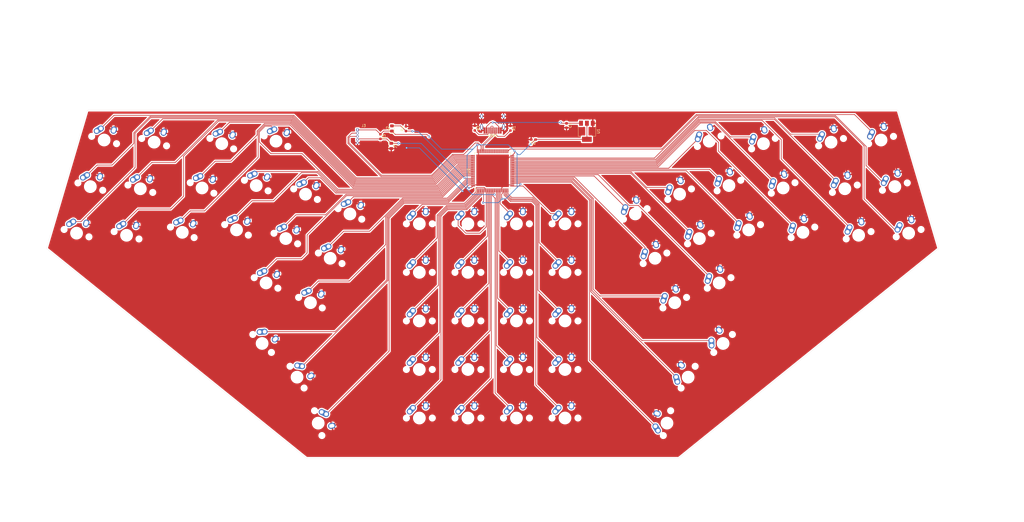
<source format=kicad_pcb>
(kicad_pcb (version 20210228) (generator pcbnew)
  (layers (0 "F.Cu" signal) (31 "B.Cu" signal) (34 "B.Paste" user) (35 "F.Paste" user) (36 "B.SilkS" user "B.Silkscreen") (37 "F.SilkS" user "F.Silkscreen") (38 "B.Mask" user) (39 "F.Mask" user) (44 "Edge.Cuts" user))
  (net 0 "")
  (net 1 "RESET")
  (net 2 "BOOT")
  (net 3 "SWDIO")
  (net 4 "SWCLK")
  (net 6 "TAB")
  (net 7 "RT1")
  (net 8 "U")
  (net 9 "J")
  (net 10 "I")
  (net 11 "K")
  (net 12 ",<")
  (net 13 "O")
  (net 14 "L")
  (net 15 ".>")
  (net 16 "P")
  (net 17 ";:")
  (net 18 "{slash}?")
  (net 19 "BKSPC")
  (net 20 "ENTER")
  (net 21 "LSHFT")
  (net 22 "LOGOUT")
  (net 23 "4")
  (net 24 "1")
  (net 25 "01")
  (net 26 "{slash}")
  (net 27 "7")
  (net 28 "5")
  (net 29 "GUI")
  (net 30 "2")
  (net 31 "00")
  (net 32 "+3V3")
  (net 33 "8")
  (net 34 "LCTRL")
  (net 35 "RSHFT")
  (net 36 "Q")
  (net 37 "A")
  (net 38 "Z")
  (net 39 "W")
  (net 40 "PF3")
  (net 43 "PC1")
  (net 44 "GND")
  (net 45 "+5V")
  (net 46 "Y")
  (net 47 "H")
  (net 48 "PC9")
  (net 50 "N")
  (net 51 "Net-(R2-Pad2)")
  (net 52 "S")
  (net 53 "X")
  (net 54 "E")
  (net 55 "D")
  (net 56 "PC5")
  (net 58 "C")
  (net 59 "SPACE")
  (net 60 "R")
  (net 61 "F")
  (net 62 "V")
  (net 63 "D-")
  (net 64 "D+")
  (net 65 "M3")
  (net 66 "T")
  (net 67 "G")
  (net 68 "B")
  (net 69 "Net-(R1-Pad2)")
  (net 70 "PC4")
  (net 71 "PC3")
  (net 72 "PC2")
  (net 73 "PC8")
  (net 74 "PC7")
  (net 78 "PC6")
  (net 79 "RT3")
  (net 80 "M")
  (net 81 "RT2")
  (footprint "MX_Alps_Hybrid:MX-1U-NoLED" (layer "F.Cu") (at 413.75 198.15 23.99)
    (fp_text reference "MX36")
    (fp_text value ".")
  )
  (footprint "MX_Alps_Hybrid:MX-1U-NoLED" (layer "F.Cu") (at 430.19 181.04 16.49)
    (fp_text reference "MX38")
    (fp_text value ";")
  )
  (footprint "Capacitor_SMD:C_0603_1608Metric_Pad1.08x0.95mm_HandSolder" (layer "F.Cu") (at 308 161.75 180)
    (fp_text reference "C2")
    (fp_text value "10uF")
  )
  (footprint "Resistor_SMD:R_0603_1608Metric_Pad0.98x0.95mm_HandSolder" (layer "F.Cu") (at 299 157.3 -90)
    (fp_text reference "R1")
    (fp_text value "5.1k")
  )
  (footprint "MX_Alps_Hybrid:MX-1U-NoLED" (layer "F.Cu") (at 392.46 197.19 23.99)
    (fp_text reference "MX32")
    (fp_text value ",")
  )
  (footprint "MX_Alps_Hybrid:MX-1U-NoLED" (layer "F.Cu") (at 215.29 254.96 -57.07)
    (fp_text reference "MX17")
    (fp_text value "MOUSE 3")
  )
  (footprint "MX_Alps_Hybrid:MX-1U-NoLED" (layer "F.Cu") (at 301.36 213.85)
    (fp_text reference "MX54")
    (fp_text value "9")
  )
  (footprint "Capacitor_SMD:C_0603_1608Metric_Pad1.08x0.95mm_HandSolder" (layer "F.Cu") (at 321 156.25 -90)
    (fp_text reference "C1")
    (fp_text value "10uF")
  )
  (footprint "MX_Alps_Hybrid:MX-1U-NoLED" (layer "F.Cu") (at 365.37 183.18 23.99)
    (fp_text reference "MX26")
    (fp_text value "U")
  )
  (footprint "Resistor_SMD:R_0603_1608Metric_Pad0.98x0.95mm_HandSolder" (layer "F.Cu") (at 285 157.25 -90)
    (fp_text reference "R2")
    (fp_text value "5.1k")
  )
  (footprint "Diode_SMD:D_0805_2012Metric_Pad1.15x1.40mm_HandSolder" (layer "F.Cu") (at 252.5 157.4 90)
    (fp_text reference "J2")
    (fp_text value "Conn_01x02_Male")
  )
  (footprint "MX_Alps_Hybrid:MX-1U-NoLED" (layer "F.Cu") (at 320.41 194.8)
    (fp_text reference "MX58")
    (fp_text value "-")
  )
  (footprint "MX_Alps_Hybrid:MX-1U-NoLED" (layer "F.Cu") (at 373.13 200.59 23.99)
    (fp_text reference "MX27")
    (fp_text value "J")
  )
  (footprint "MX_Alps_Hybrid:MX-1U-NoLED" (layer "F.Cu") (at 301.36 251.95)
    (fp_text reference "MX56")
    (fp_text value "3")
  )
  (footprint "MX_Alps_Hybrid:MX-1U-NoLED" (layer "F.Cu") (at 178.01 180.74 -23.99)
    (fp_text reference "MX8")
    (fp_text value "S")
  )
  (footprint "Resistor_SMD:R_0603_1608Metric_Pad0.98x0.95mm_HandSolder" (layer "F.Cu") (at 258 157.5 90)
    (fp_text reference "R4")
    (fp_text value "5.1K")
  )
  (footprint "MX_Alps_Hybrid:MX-1U-NoLED" (layer "F.Cu") (at 220.54 225.74 -23.99)
    (fp_text reference "MX20")
    (fp_text value "B")
  )
  (footprint "MX_Alps_Hybrid:MX-1U-NoLED" (layer "F.Cu") (at 263.26 251.95)
    (fp_text reference "MX46")
    (fp_text value "1")
  )
  (footprint "MX_Alps_Hybrid:MX-1U-NoLED" (layer "F.Cu") (at 134.19 180.21 -16.49)
    (fp_text reference "MX2")
    (fp_text value "CTRL")
  )
  (footprint "MX_Alps_Hybrid:MX-1U-NoLED" (layer "F.Cu") (at 153.81 181.05 -16.49)
    (fp_text reference "MX5")
    (fp_text value "A")
  )
  (footprint "Diode_SMD:D_0805_2012Metric_Pad1.15x1.40mm_HandSolder" (layer "F.Cu") (at 252.25 164.25 -90)
    (fp_text reference "J1")
    (fp_text value "Conn_01x02_Male")
  )
  (footprint "MX_Alps_Hybrid:MX-1U-NoLED" (layer "F.Cu") (at 398.26 163.34 23.99)
    (fp_text reference "MX34")
    (fp_text value "O")
  )
  (footprint "MX_Alps_Hybrid:MX-1U-NoLED" (layer "F.Cu") (at 435.6 199.3 16.49)
    (fp_text reference "MX39")
    (fp_text value "/")
  )
  (footprint "MX_Alps_Hybrid:MX-1U-NoLED" (layer "F.Cu") (at 384.72 179.79 23.99)
    (fp_text reference "MX31")
    (fp_text value "K")
  )
  (footprint "MX_Alps_Hybrid:MX-1U-NoLED" (layer "F.Cu") (at 201.58 241.73 -44)
    (fp_text reference "MX13")
    (fp_text value "SPACE")
  )
  (footprint "MX_Alps_Hybrid:MX-1U-NoLED" (layer "F.Cu") (at 444.4 161.94 16.49)
    (fp_text reference "MX40")
    (fp_text value "BKSPC")
  )
  (footprint "Package_TO_SOT_SMD:SOT-223-3_TabPin2" (layer "F.Cu") (at 329 158.5 -90)
    (fp_text reference "U1")
    (fp_text value "AMS1117-3.3")
  )
  (footprint "MX_Alps_Hybrid:MX-1U-NoLED" (layer "F.Cu") (at 405.99 180.74 23.99)
    (fp_text reference "MX35")
    (fp_text value "L")
  )
  (footprint "MX_Alps_Hybrid:MX-1U-NoLED" (layer "F.Cu") (at 263.26 213.85)
    (fp_text reference "MX44")
    (fp_text value "7")
  )
  (footprint "MX_Alps_Hybrid:MX-1U-NoLED" (layer "F.Cu") (at 139.6 161.93 -16.49)
    (fp_text reference "MX1")
    (fp_text value "Tab")
  )
  (footprint "Type-C:HRO-TYPE-C-31-M-12-HandSoldering" (layer "F.Cu") (at 292 150 180)
    (fp_text reference "USB1")
    (fp_text value "HRO-TYPE-C-31-M-12")
  )
  (footprint "MX_Alps_Hybrid:MX-1U-NoLED" (layer "F.Cu") (at 207.03 162.38 -23.99)
    (fp_text reference "MX10")
    (fp_text value "E")
  )
  (footprint "MX_Alps_Hybrid:MX-1U-NoLED" (layer "F.Cu") (at 380.88 218 23.99)
    (fp_text reference "MX28")
    (fp_text value "M")
  )
  (footprint "MX_Alps_Hybrid:MX-1U-NoLED" (layer "F.Cu") (at 320.4 270.99)
    (fp_text reference "MX62")
    (fp_text value "Enter")
  )
  (footprint "Package_QFP:LQFP-100_14x14mm_P0.5mm" (layer "F.Cu") (at 292 174 90)
    (fp_text reference "U2")
    (fp_text value "STM32F072VBTx")
  )
  (footprint "MX_Alps_Hybrid:MX-1U-NoLED" (layer "F.Cu") (at 191.54 197.18 -23.99)
    (fp_text reference "MX12")
    (fp_text value "C")
  )
  (footprint "MX_Alps_Hybrid:MX-1U-NoLED" (layer "F.Cu") (at 185.75 163.34 -23.99)
    (fp_text reference "MX7")
    (fp_text value "W")
  )
  (footprint "MX_Alps_Hybrid:MX-1U-NoLED" (layer "F.Cu") (at 282.31 251.95)
    (fp_text reference "MX51")
    (fp_text value "2")
  )
  (footprint "MX_Alps_Hybrid:MX-1U-NoLED" (layer "F.Cu") (at 347.98 190.93 23.99)
    (fp_text reference "MX22")
    (fp_text value "Y")
  )
  (footprint "MX_Alps_Hybrid:MX-1U-NoLED" (layer "F.Cu") (at 159.22 162.77 -16.49)
    (fp_text reference "MX4")
    (fp_text value "Q")
  )
  (footprint "MX_Alps_Hybrid:MX-1U-NoLED" (layer "F.Cu") (at 282.32 213.85)
    (fp_text reference "MX49")
    (fp_text value "8")
  )
  (footprint "MX_Alps_Hybrid:MX-1U-NoLED" (layer "F.Cu") (at 223.59 273 -73.48)
    (fp_text reference "MX21")
    (fp_text value "GUI")
  )
  (footprint "MX_Alps_Hybrid:MX-1U-NoLED" (layer "F.Cu") (at 203.12 218 -23.99)
    (fp_text reference "MX16")
    (fp_text value "V")
  )
  (footprint "MX_Alps_Hybrid:MX-1U-NoLED" (layer "F.Cu") (at 128.78 198.47 -16.49)
    (fp_text reference "MX3")
    (fp_text value "SHIFT")
  )
  (footprint "MX_Alps_Hybrid:MX-1U-NoLED" (layer "F.Cu") (at 210.87 200.58 -23.99)
    (fp_text reference "MX15")
    (fp_text value "F")
  )
  (footprint "MX_Alps_Hybrid:MX-1U-NoLED" (layer "F.Cu") (at 355.72 208.33 23.99)
    (fp_text reference "MX23")
    (fp_text value "H")
  )
  (footprint "MX_Alps_Hybrid:MX-1U-NoLED" (layer "F.Cu") (at 424.78 162.78 16.49)
    (fp_text reference "MX37")
    (fp_text value "P")
  )
  (footprint "MX_Alps_Hybrid:MX-1U-NoLED" (layer "F.Cu") (at 320.4 251.95)
    (fp_text reference "MX61")
    (fp_text value "=")
  )
  (footprint "MX_Alps_Hybrid:MX-1U-NoLED" (layer "F.Cu") (at 236.03 190.93 -23.99)
    (fp_text reference "MX18")
    (fp_text value "T")
  )
  (footprint "MX_Alps_Hybrid:MX-1U-NoLED" (layer "F.Cu") (at 263.27 271)
    (fp_text reference "MX47")
    (fp_text value "0")
  )
  (footprint "MX_Alps_Hybrid:MX-1U-NoLED" (layer "F.Cu") (at 282.32 271)
    (fp_text reference "MX52")
    (fp_text value "0")
  )
  (footprint "MX_Alps_Hybrid:MX-1U-NoLED" (layer "F.Cu") (at 363.46 225.74 23.99)
    (fp_text reference "MX24")
    (fp_text value "N")
  )
  (footprint "Resistor_SMD:R_0603_1608Metric_Pad0.98x0.95mm_HandSolder" (layer "F.Cu") (at 248 160.5875 -90)
    (fp_text reference "R3")
    (fp_text value "5.1K")
  )
  (footprint "MX_Alps_Hybrid:MX-1U-NoLED" (layer "F.Cu") (at 301.36 232.9)
    (fp_text reference "MX55")
    (fp_text value "6")
  )
  (footprint "MX_Alps_Hybrid:MX-1U-NoLED" (layer "F.Cu") (at 199.28 179.79 -23.99)
    (fp_text reference "MX11")
    (fp_text value "D")
  )
  (footprint "MX_Alps_Hybrid:MX-1U-NoLED" (layer "F.Cu") (at 301.35 194.8)
    (fp_text reference "MX53")
    (fp_text value "*")
  )
  (footprint "Connector_PinHeader_1.27mm:PinHeader_1x05_P1.27mm_Horizontal" (layer "F.Cu") (at 239 157.96)
    (fp_text reference "J3")
    (fp_text value "Conn_01x05_Male")
  )
  (footprint "MX_Alps_Hybrid:MX-1U-NoLED" (layer "F.Cu") (at 376.98 162.39 23.99)
    (fp_text reference "MX30")
    (fp_text value "I")
  )
  (footprint "MX_Alps_Hybrid:MX-1U-NoLED" (layer "F.Cu") (at 449.81 180.2 16.49)
    (fp_text reference "MX41")
    (fp_text value "ENTER")
  )
  (footprint "MX_Alps_Hybrid:MX-1U-NoLED" (layer "F.Cu") (at 320.42 213.85)
    (fp_text reference "MX59")
    (fp_text value "+")
  )
  (footprint "MX_Alps_Hybrid:MX-1U-NoLED" (layer "F.Cu") (at 218.61 183.18 -23.99)
    (fp_text reference "MX14")
    (fp_text value "R")
  )
  (footprint "MX_Alps_Hybrid:MX-1U-NoLED" (layer "F.Cu") (at 382.42 241.74 44)
    (fp_text reference "MX33")
    (fp_text value "SPACE")
  )
  (footprint "MX_Alps_Hybrid:MX-1U-NoLED" (layer "F.Cu") (at 301.36 271)
    (fp_text reference "MX57")
    (fp_text value ".")
  )
  (footprint "MX_Alps_Hybrid:MX-1U-NoLED" (layer "F.Cu") (at 282.32 232.89)
    (fp_text reference "MX50")
    (fp_text value "5")
  )
  (footprint "MX_Alps_Hybrid:MX-1U-NoLED" (layer "F.Cu") (at 170.27 198.15 -23.99)
    (fp_text reference "MX9")
    (fp_text value "X")
  )
  (footprint "MX_Alps_Hybrid:MX-1U-NoLED" (layer "F.Cu") (at 148.4 199.31 -16.49)
    (fp_text reference "MX6")
    (fp_text value "Z")
  )
  (footprint "MX_Alps_Hybrid:MX-1U-NoLED" (layer "F.Cu") (at 282.31 194.8)
    (fp_text reference "MX48")
    (fp_text value "/")
  )
  (footprint "MX_Alps_Hybrid:MX-1U-NoLED" (layer "F.Cu") (at 360.41 273 73.48)
    (fp_text reference "MX25")
    (fp_text value "LAYER UP")
  )
  (footprint "MX_Alps_Hybrid:MX-1U-NoLED" (layer "F.Cu") (at 228.29 208.33 -23.99)
    (fp_text reference "MX19")
    (fp_text value "G")
  )
  (footprint "MX_Alps_Hybrid:MX-1U-NoLED" (layer "F.Cu") (at 263.26 232.91)
    (fp_text reference "MX45")
    (fp_text value "4")
  )
  (footprint "MX_Alps_Hybrid:MX-1U-NoLED" (layer "F.Cu") (at 263.26 194.8)
    (fp_text reference "MX43")
    (fp_text value "Logout")
  )
  (footprint "MX_Alps_Hybrid:MX-1U-NoLED" (layer "F.Cu") (at 455.22 198.47 16.49)
    (fp_text reference "MX42")
    (fp_text value "SHIFT")
  )
  (footprint "MX_Alps_Hybrid:MX-1U-NoLED" (layer "F.Cu") (at 368.71 254.97 57.07)
    (fp_text reference "MX29")
    (fp_text value "LAYER DOWN")
  )
  (footprint "MX_Alps_Hybrid:MX-1U-NoLED" (layer "F.Cu") (at 320.41 232.9)
    (fp_text reference "MX60")
    (fp_text value ",")
  )
  (gr_line (start 451 150.25) (end 450 150.25) (layer "Edge.Cuts") (width 0.05))
  (gr_line (start 133 150.25) (end 117 204.5) (layer "Edge.Cuts") (width 0.05))
  (gr_line (start 117 204.5) (end 219 286.75) (layer "Edge.Cuts") (width 0.05))
  (gr_line (start 134 150.25) (end 133 150.25) (layer "Edge.Cuts") (width 0.05))
  (gr_line (start 450 150.25) (end 134 150.25) (layer "Edge.Cuts") (width 0.05))
  (gr_line (start 365 286.75) (end 467 204.5) (layer "Edge.Cuts") (width 0.05))
  (gr_line (start 219 286.75) (end 365 286.75) (layer "Edge.Cuts") (width 0.05))
  (gr_line (start 467 204.5) (end 451 150.25) (layer "Edge.Cuts") (width 0.05))
  (segment (start 292.5 183.31) (end 292.51 183.32) (width 0.25) (layer "F.Cu") (net 1))
  (segment (start 239.27 161.5) (end 239 161.77) (width 0.25) (layer "F.Cu") (net 1))
  (segment (start 255 163.25) (end 254.975 163.225) (width 0.25) (layer "F.Cu") (net 1))
  (segment (start 248 161.5) (end 239.27 161.5) (width 0.25) (layer "F.Cu") (net 1))
  (segment (start 292.5 181.675) (end 292.5 183.31) (width 0.25) (layer "F.Cu") (net 1))
  (segment (start 250.525 161.5) (end 252.25 163.225) (width 0.25) (layer "F.Cu") (net 1))
  (segment (start 254.975 163.225) (end 252.25 163.225) (width 0.25) (layer "F.Cu") (net 1))
  (segment (start 248 161.5) (end 250.525 161.5) (width 0.25) (layer "F.Cu") (net 1))
  (via (at 255 163.25) (size 0.8) (drill 0.4) (layers "F.Cu" "B.Cu") (net 1))
  (via (at 292.75 183.32) (size 0.8) (drill 0.4) (layers "F.Cu" "B.Cu") (net 1))
  (segment (start 292.51 183.32) (end 284.046983 183.32) (width 0.25) (layer "B.Cu") (net 1))
  (segment (start 283.975011 183.248028) (end 283.975011 183.225011) (width 0.25) (layer "B.Cu") (net 1))
  (segment (start 284.046983 183.32) (end 283.975011 183.248028) (width 0.25) (layer "B.Cu") (net 1))
  (segment (start 283.975011 183.225011) (end 264 163.25) (width 0.25) (layer "B.Cu") (net 1))
  (segment (start 264 163.25) (end 255 163.25) (width 0.25) (layer "B.Cu") (net 1))
  (segment (start 255.9625 156.375) (end 258 158.4125) (width 0.25) (layer "F.Cu") (net 2))
  (segment (start 281.12 177) (end 284.325 177) (width 0.25) (layer "F.Cu") (net 2))
  (segment (start 252.5 156.375) (end 255.9625 156.375) (width 0.25) (layer "F.Cu") (net 2))
  (segment (start 260.4125 158.4125) (end 258 158.4125) (width 0.25) (layer "F.Cu") (net 2))
  (segment (start 260.5 158.5) (end 260.4125 158.4125) (width 0.25) (layer "F.Cu") (net 2))
  (via (at 281 176.75) (size 0.8) (drill 0.4) (layers "F.Cu" "B.Cu") (net 2))
  (via (at 260.5 158.5) (size 0.8) (drill 0.4) (layers "F.Cu" "B.Cu") (net 2))
  (segment (start 281 176.75) (end 262.75 158.5) (width 0.25) (layer "B.Cu") (net 2))
  (segment (start 262.75 158.5) (end 260.5 158.5) (width 0.25) (layer "B.Cu") (net 2))
  (segment (start 236.136424 160.5) (end 239 160.5) (width 0.25) (layer "F.Cu") (net 3))
  (segment (start 268.113576 175.75) (end 248.386424 175.75) (width 0.25) (layer "F.Cu") (net 3))
  (segment (start 285.175011 163.074989) (end 280.70002 167.54998) (width 0.25) (layer "F.Cu") (net 3))
  (segment (start 287.5 166.325) (end 287.5 164.25) (width 0.25) (layer "F.Cu") (net 3))
  (segment (start 248.386424 175.75) (end 235.70002 163.063596) (width 0.25) (layer "F.Cu") (net 3))
  (segment (start 276.313596 167.54998) (end 268.113576 175.75) (width 0.25) (layer "F.Cu") (net 3))
  (segment (start 287.5 164.25) (end 287.5 164.226983) (width 0.25) (layer "F.Cu") (net 3))
  (segment (start 235.70002 160.936404) (end 236.136424 160.5) (width 0.25) (layer "F.Cu") (net 3))
  (segment (start 280.70002 167.54998) (end 276.313596 167.54998) (width 0.25) (layer "F.Cu") (net 3))
  (segment (start 286.324989 163.074989) (end 285.175011 163.074989) (width 0.25) (layer "F.Cu") (net 3))
  (segment (start 287.5 164.25) (end 286.324989 163.074989) (width 0.25) (layer "F.Cu") (net 3))
  (segment (start 235.70002 163.063596) (end 235.70002 160.936404) (width 0.25) (layer "F.Cu") (net 3))
  (segment (start 248.25 176.25) (end 235.25 163.25) (width 0.25) (layer "F.Cu") (net 4))
  (segment (start 235.25 160.75) (end 236.77 159.23) (width 0.25) (layer "F.Cu") (net 4))
  (segment (start 268.25 176.25) (end 248.25 176.25) (width 0.25) (layer "F.Cu") (net 4))
  (segment (start 284.325 168) (end 276.5 168) (width 0.25) (layer "F.Cu") (net 4))
  (segment (start 276.5 168) (end 268.25 176.25) (width 0.25) (layer "F.Cu") (net 4))
  (segment (start 236.77 159.23) (end 239 159.23) (width 0.25) (layer "F.Cu") (net 4))
  (segment (start 235.25 163.25) (end 235.25 160.75) (width 0.25) (layer "F.Cu") (net 4))
  (segment (start 238.5 176.75) (end 213.9999 152.2499) (width 0.25) (layer "F.Cu") (net 6))
  (segment (start 143.473222 152.2499) (end 138.338219 157.384903) (width 0.25) (layer "F.Cu") (net 6))
  (segment (start 268.5 176.75) (end 238.5 176.75) (width 0.25) (layer "F.Cu") (net 6))
  (segment (start 276.75 168.5) (end 268.5 176.75) (width 0.25) (layer "F.Cu") (net 6))
  (segment (start 213.9999 152.2499) (end 143.473222 152.2499) (width 0.25) (layer "F.Cu") (net 6))
  (segment (start 284.325 168.5) (end 276.75 168.5) (width 0.25) (layer "F.Cu") (net 6))
  (segment (start 377.843017 240.599287) (end 350.599287 240.599287) (width 0.25) (layer "F.Cu") (net 7))
  (segment (start 299.675 177.5) (end 323.5 177.5) (width 0.25) (layer "F.Cu") (net 7))
  (segment (start 330.95002 184.95002) (end 323.5 177.5) (width 0.25) (layer "F.Cu") (net 7))
  (segment (start 350.599287 240.599287) (end 330.95002 220.95002) (width 0.25) (layer "F.Cu") (net 7))
  (segment (start 330.95002 220.95002) (end 330.95002 184.95002) (width 0.25) (layer "F.Cu") (net 7))
  (segment (start 361.45965 180.541977) (end 352.446074 180.541977) (width 0.25) (layer "F.Cu") (net 8))
  (segment (start 346.404097 174.5) (end 299.675 174.5) (width 0.25) (layer "F.Cu") (net 8))
  (segment (start 352.446074 180.541977) (end 346.404097 174.5) (width 0.25) (layer "F.Cu") (net 8))
  (segment (start 346.267673 175) (end 299.675 175) (width 0.25) (layer "F.Cu") (net 9))
  (segment (start 369.21965 197.951977) (end 346.267673 175) (width 0.25) (layer "F.Cu") (net 9))
  (segment (start 299.675 173) (end 361.084888 173) (width 0.25) (layer "F.Cu") (net 10))
  (segment (start 361.084888 173) (end 372.466415 161.618473) (width 0.25) (layer "F.Cu") (net 10))
  (segment (start 377.157673 173.5) (end 380.80965 177.151977) (width 0.25) (layer "F.Cu") (net 11))
  (segment (start 299.675 173.5) (end 377.157673 173.5) (width 0.25) (layer "F.Cu") (net 11))
  (segment (start 367.997673 174) (end 388.54965 194.551977) (width 0.25) (layer "F.Cu") (net 12))
  (segment (start 299.675 174) (end 367.997673 174) (width 0.25) (layer "F.Cu") (net 12))
  (segment (start 373.183909 154.816091) (end 356.5 171.5) (width 0.25) (layer "F.Cu") (net 13))
  (segment (start 356.5 171.5) (end 299.675 171.5) (width 0.25) (layer "F.Cu") (net 13))
  (segment (start 379.430188 154.816091) (end 373.183909 154.816091) (width 0.25) (layer "F.Cu") (net 13))
  (segment (start 385.316074 160.701977) (end 379.430188 154.816091) (width 0.25) (layer "F.Cu") (net 13))
  (segment (start 394.34965 160.701977) (end 385.316074 160.701977) (width 0.25) (layer "F.Cu") (net 13))
  (segment (start 379.243784 155.266111) (end 373.483889 155.266111) (width 0.25) (layer "F.Cu") (net 14))
  (segment (start 402.07965 178.101977) (end 379.243784 155.266111) (width 0.25) (layer "F.Cu") (net 14))
  (segment (start 373.483889 155.266111) (end 356.75 172) (width 0.25) (layer "F.Cu") (net 14))
  (segment (start 356.75 172) (end 299.675 172) (width 0.25) (layer "F.Cu") (net 14))
  (segment (start 380.62115 162.895146) (end 375.913524 158.18752) (width 0.25) (layer "F.Cu") (net 15))
  (segment (start 409.83965 195.511977) (end 380.62115 166.293477) (width 0.25) (layer "F.Cu") (net 15))
  (segment (start 371.31248 158.18752) (end 357 172.5) (width 0.25) (layer "F.Cu") (net 15))
  (segment (start 357 172.5) (end 299.675 172.5) (width 0.25) (layer "F.Cu") (net 15))
  (segment (start 375.913524 158.18752) (end 371.31248 158.18752) (width 0.25) (layer "F.Cu") (net 15))
  (segment (start 380.62115 166.293477) (end 380.62115 162.895146) (width 0.25) (layer "F.Cu") (net 15))
  (segment (start 372.876083 153.25) (end 356.126082 170) (width 0.2) (layer "F.Cu") (net 16))
  (segment (start 421.247435 159.654143) (end 408.998505 159.654143) (width 0.2) (layer "F.Cu") (net 16))
  (segment (start 408.998505 159.654143) (end 402.594361 153.25) (width 0.2) (layer "F.Cu") (net 16))
  (segment (start 402.594361 153.25) (end 372.876083 153.25) (width 0.2) (layer "F.Cu") (net 16))
  (segment (start 356.126082 170) (end 299.675 170) (width 0.2) (layer "F.Cu") (net 16))
  (segment (start 402.543272 153.79998) (end 372.927172 153.79998) (width 0.25) (layer "F.Cu") (net 17))
  (segment (start 356.227152 170.5) (end 299.675 170.5) (width 0.25) (layer "F.Cu") (net 17))
  (segment (start 372.927172 153.79998) (end 356.227152 170.5) (width 0.25) (layer "F.Cu") (net 17))
  (segment (start 426.657435 177.914143) (end 402.543272 153.79998) (width 0.25) (layer "F.Cu") (net 17))
  (segment (start 397.75 154.25) (end 373.113576 154.25) (width 0.25) (layer "F.Cu") (net 18))
  (segment (start 432.067435 196.174143) (end 405.25 169.356708) (width 0.25) (layer "F.Cu") (net 18))
  (segment (start 356.363576 171) (end 299.675 171) (width 0.25) (layer "F.Cu") (net 18))
  (segment (start 373.113576 154.25) (end 356.363576 171) (width 0.25) (layer "F.Cu") (net 18))
  (segment (start 405.25 161.75) (end 397.75 154.25) (width 0.25) (layer "F.Cu") (net 18))
  (segment (start 405.25 169.356708) (end 405.25 161.75) (width 0.25) (layer "F.Cu") (net 18))
  (segment (start 358.388587 165.474989) (end 298.850011 165.474989) (width 0.25) (layer "F.Cu") (net 19))
  (segment (start 433.978232 151.92494) (end 371.938636 151.92494) (width 0.25) (layer "F.Cu") (net 19))
  (segment (start 440.867435 158.814143) (end 433.978232 151.92494) (width 0.25) (layer "F.Cu") (net 19))
  (segment (start 298.850011 165.474989) (end 298 166.325) (width 0.25) (layer "F.Cu") (net 19))
  (segment (start 371.938636 151.92494) (end 358.388587 165.474989) (width 0.25) (layer "F.Cu") (net 19))
  (segment (start 355.5 169) (end 299.675 169) (width 0.25) (layer "F.Cu") (net 20))
  (segment (start 372.12504 152.37496) (end 355.5 169) (width 0.25) (layer "F.Cu") (net 20))
  (segment (start 438.528923 164.392499) (end 426.511384 152.37496) (width 0.25) (layer "F.Cu") (net 20))
  (segment (start 426.511384 152.37496) (end 372.12504 152.37496) (width 0.25) (layer "F.Cu") (net 20))
  (segment (start 438.528923 171.939122) (end 438.528923 164.392499) (width 0.25) (layer "F.Cu") (net 20))
  (segment (start 445.435734 178.845933) (end 438.528923 171.939122) (width 0.25) (layer "F.Cu") (net 20))
  (segment (start 426.32498 152.82498) (end 437.75 164.25) (width 0.25) (layer "F.Cu") (net 21))
  (segment (start 356.025012 169.5) (end 372.700034 152.82498) (width 0.25) (layer "F.Cu") (net 21))
  (segment (start 372.700034 152.82498) (end 426.32498 152.82498) (width 0.25) (layer "F.Cu") (net 21))
  (segment (start 437.75 185) (end 449.865933 197.115933) (width 0.25) (layer "F.Cu") (net 21))
  (segment (start 299.675 169.5) (end 356.025012 169.5) (width 0.25) (layer "F.Cu") (net 21))
  (segment (start 437.75 164.25) (end 437.75 185) (width 0.25) (layer "F.Cu") (net 21))
  (segment (start 264.31 187.25) (end 260.76 190.8) (width 0.25) (layer "F.Cu") (net 22))
  (segment (start 286 182.5) (end 281.25 187.25) (width 0.25) (layer "F.Cu") (net 22))
  (segment (start 286 181.675) (end 286 182.5) (width 0.25) (layer "F.Cu") (net 22))
  (segment (start 281.25 187.25) (end 264.31 187.25) (width 0.25) (layer "F.Cu") (net 22))
  (segment (start 274.046392 188.25) (end 270.75 191.546392) (width 0.25) (layer "F.Cu") (net 23))
  (segment (start 270.75 191.546392) (end 270.75 218.92) (width 0.25) (layer "F.Cu") (net 23))
  (segment (start 270.75 218.92) (end 260.76 228.91) (width 0.25) (layer "F.Cu") (net 23))
  (segment (start 281.522848 188.25) (end 274.046392 188.25) (width 0.25) (layer "F.Cu") (net 23))
  (segment (start 287 182.772848) (end 281.522848 188.25) (width 0.25) (layer "F.Cu") (net 23))
  (segment (start 287 181.675) (end 287 182.772848) (width 0.25) (layer "F.Cu") (net 23))
  (segment (start 281.75 188.75) (end 274.182816 188.75) (width 0.25) (layer "F.Cu") (net 24))
  (segment (start 287.5 183) (end 281.75 188.75) (width 0.25) (layer "F.Cu") (net 24))
  (segment (start 274.182816 188.75) (end 271.25 191.682816) (width 0.25) (layer "F.Cu") (net 24))
  (segment (start 287.5 181.675) (end 287.5 183) (width 0.25) (layer "F.Cu") (net 24))
  (segment (start 271.25 237.46) (end 260.76 247.95) (width 0.25) (layer "F.Cu") (net 24))
  (segment (start 271.25 191.682816) (end 271.25 237.46) (width 0.25) (layer "F.Cu") (net 24))
  (segment (start 274.31924 189.25) (end 271.75 191.81924) (width 0.25) (layer "F.Cu") (net 25))
  (segment (start 271.75 191.81924) (end 271.75 256.02) (width 0.25) (layer "F.Cu") (net 25))
  (segment (start 271.75 256.02) (end 260.77 267) (width 0.25) (layer "F.Cu") (net 25))
  (segment (start 288 181.675) (end 288 183.136424) (width 0.25) (layer "F.Cu") (net 25))
  (segment (start 288 183.136424) (end 281.886424 189.25) (width 0.25) (layer "F.Cu") (net 25))
  (segment (start 281.886424 189.25) (end 274.31924 189.25) (width 0.25) (layer "F.Cu") (net 25))
  (segment (start 287 198.5) (end 281.5 198.5) (width 0.25) (layer "F.Cu") (net 26))
  (segment (start 281.5 198.5) (end 278.5 195.5) (width 0.25) (layer "F.Cu") (net 26))
  (segment (start 289.5 196) (end 287 198.5) (width 0.25) (layer "F.Cu") (net 26))
  (segment (start 289.5 181.675) (end 289.5 196) (width 0.25) (layer "F.Cu") (net 26))
  (segment (start 278.5 195.5) (end 278.5 192.26) (width 0.25) (layer "F.Cu") (net 26))
  (segment (start 286.5 182.636424) (end 281.386424 187.75) (width 0.25) (layer "F.Cu") (net 27))
  (segment (start 270.25 191.409968) (end 270.25 200.36) (width 0.25) (layer "F.Cu") (net 27))
  (segment (start 270.25 200.36) (end 260.76 209.85) (width 0.25) (layer "F.Cu") (net 27))
  (segment (start 273.909968 187.75) (end 270.25 191.409968) (width 0.25) (layer "F.Cu") (net 27))
  (segment (start 286.5 181.675) (end 286.5 182.636424) (width 0.25) (layer "F.Cu") (net 27))
  (segment (start 281.386424 187.75) (end 273.909968 187.75) (width 0.25) (layer "F.Cu") (net 27))
  (segment (start 290.5 218.21) (end 279.82 228.89) (width 0.25) (layer "F.Cu") (net 28))
  (segment (start 290.5 181.675) (end 290.5 218.21) (width 0.25) (layer "F.Cu") (net 28))
  (segment (start 251.421192 192.578808) (end 251.421192 244.758614) (width 0.25) (layer "F.Cu") (net 29))
  (segment (start 285.5 182.25) (end 281 186.75) (width 0.25) (layer "F.Cu") (net 29))
  (segment (start 288.740694 180.54998) (end 285.759306 180.54998) (width 0.25) (layer "F.Cu") (net 29))
  (segment (start 289 181.675) (end 289 180.809286) (width 0.25) (layer "F.Cu") (net 29))
  (segment (start 281 186.75) (end 257.25 186.75) (width 0.25) (layer "F.Cu") (net 29))
  (segment (start 285.759306 180.54998) (end 285.5 180.809286) (width 0.25) (layer "F.Cu") (net 29))
  (segment (start 257.25 186.75) (end 251.421192 192.578808) (width 0.25) (layer "F.Cu") (net 29))
  (segment (start 285.5 180.809286) (end 285.5 182.25) (width 0.25) (layer "F.Cu") (net 29))
  (segment (start 251.421192 244.758614) (end 226.714007 269.465799) (width 0.25) (layer "F.Cu") (net 29))
  (segment (start 289 180.809286) (end 288.740694 180.54998) (width 0.25) (layer "F.Cu") (net 29))
  (segment (start 291 181.675) (end 291 236.76) (width 0.25) (layer "F.Cu") (net 30))
  (segment (start 290.5 237.26) (end 279.81 247.95) (width 0.25) (layer "F.Cu") (net 30))
  (segment (start 291 236.76) (end 279.81 247.95) (width 0.25) (layer "F.Cu") (net 30))
  (segment (start 291.5 181.675) (end 291.5 255.32) (width 0.25) (layer "F.Cu") (net 31))
  (segment (start 290.91 255.91) (end 279.82 267) (width 0.25) (layer "F.Cu") (net 31))
  (segment (start 291 255.82) (end 290.91 255.91) (width 0.25) (layer "F.Cu") (net 31))
  (segment (start 291.5 255.32) (end 290.91 255.91) (width 0.25) (layer "F.Cu") (net 31))
  (segment (start 239 157.96) (end 246.285 157.96) (width 0.25) (layer "F.Cu") (net 32))
  (segment (start 252.5 158.425) (end 249.25 158.425) (width 0.25) (layer "F.Cu") (net 32))
  (segment (start 249.25 158.425) (end 248 159.675) (width 0.25) (layer "F.Cu") (net 32))
  (segment (start 299.675 179) (end 302.67 179) (width 0.25) (layer "F.Cu") (net 32))
  (segment (start 308.8625 161.75) (end 308.75 161.75) (width 0.25) (layer "F.Cu") (net 32))
  (segment (start 283.8 180.525) (end 282.975 180.525) (width 0.25) (layer "F.Cu") (net 32))
  (segment (start 296.02 185.03) (end 296 185.01) (width 0.25) (layer "F.Cu") (net 32))
  (segment (start 308.9625 161.65) (end 308.8625 161.75) (width 0.25) (layer "F.Cu") (net 32))
  (segment (start 296 182.75) (end 295.55 183.2) (width 0.25) (layer "F.Cu") (net 32))
  (segment (start 329 155.35) (end 329 161.65) (width 0.25) (layer "F.Cu") (net 32))
  (segment (start 246.285 157.96) (end 248 159.675) (width 0.25) (layer "F.Cu") (net 32))
  (segment (start 299.675 168) (end 300.6 167.075) (width 0.25) (layer "F.Cu") (net 32))
  (segment (start 308.75 161.75) (end 307 163.5) (width 0.25) (layer "F.Cu") (net 32))
  (segment (start 282.975 180.525) (end 282.75 180.75) (width 0.25) (layer "F.Cu") (net 32))
  (segment (start 295.55 184.855) (end 295.725 185.03) (width 0.25) (layer "F.Cu") (net 32))
  (segment (start 296 181.675) (end 296 182.75) (width 0.25) (layer "F.Cu") (net 32))
  (segment (start 286 163.8) (end 286 166.325) (width 0.25) (layer "F.Cu") (net 32))
  (segment (start 329 161.65) (end 308.9625 161.65) (width 0.25) (layer "F.Cu") (net 32))
  (segment (start 266.25 159.75) (end 253.825 159.75) (width 0.25) (layer "F.Cu") (net 32))
  (segment (start 288.5 181.675) (end 288.5 186.5) (width 0.25) (layer "F.Cu") (net 32))
  (segment (start 302.92 179.25) (end 302.67 179) (width 0.25) (layer "F.Cu") (net 32))
  (segment (start 267 160.5) (end 266.25 159.75) (width 0.25) (layer "F.Cu") (net 32))
  (segment (start 300.6 166.2) (end 300.6 167.075) (width 0.25) (layer "F.Cu") (net 32))
  (segment (start 295.55 183.2) (end 295.55 184.855) (width 0.25) (layer "F.Cu") (net 32))
  (segment (start 253.825 159.75) (end 252.5 158.425) (width 0.25) (layer "F.Cu") (net 32))
  (segment (start 283.8 180.525) (end 284.325 180) (width 0.25) (layer "F.Cu") (net 32))
  (via (at 302.92 179.25) (size 0.8) (drill 0.4) (layers "F.Cu" "B.Cu") (net 32))
  (via (at 282.75 180.75) (size 0.8) (drill 0.4) (layers "F.Cu" "B.Cu") (net 32))
  (via (at 307 163.5) (size 0.8) (drill 0.4) (layers "F.Cu" "B.Cu") (net 32))
  (via (at 267 160.5) (size 0.8) (drill 0.4) (layers "F.Cu" "B.Cu") (net 32))
  (via (at 300.6 166.2) (size 0.8) (drill 0.4) (layers "F.Cu" "B.Cu") (net 32))
  (via (at 286 163.8) (size 0.8) (drill 0.4) (layers "F.Cu" "B.Cu") (net 32))
  (via (at 288.25 186.5) (size 0.8) (drill 0.4) (layers "F.Cu" "B.Cu") (net 32))
  (via (at 295.725 185.03) (size 0.8) (drill 0.4) (layers "F.Cu" "B.Cu") (net 32))
  (segment (start 302.8 167.6625) (end 302.0625 167.6625) (width 0.25) (layer "B.Cu") (net 32))
  (segment (start 301.6 180.6) (end 302.92 179.28) (width 0.25) (layer "B.Cu") (net 32))
  (segment (start 284.275 165.525) (end 272.025 165.525) (width 0.25) (layer "B.Cu") (net 32))
  (segment (start 288.5 186.5) (end 294.255 186.5) (width 0.25) (layer "B.Cu") (net 32))
  (segment (start 302.92 179.28) (end 302.92 179.25) (width 0.25) (layer "B.Cu") (net 32))
  (segment (start 284.275 165.525) (end 282 167.8) (width 0.25) (layer "B.Cu") (net 32))
  (segment (start 272.025 165.525) (end 267 160.5) (width 0.25) (layer "B.Cu") (net 32))
  (segment (start 294.255 186.5) (end 295.725 185.03) (width 0.25) (layer "B.Cu") (net 32))
  (segment (start 301.6 167.2) (end 301.6 180.6) (width 0.25) (layer "B.Cu") (net 32))
  (segment (start 295.725 185.03) (end 297.17 185.03) (width 0.25) (layer "B.Cu") (net 32))
  (segment (start 282.5 180.75) (end 282.75 180.75) (width 0.25) (layer "B.Cu") (net 32))
  (segment (start 297.17 185.03) (end 301.6 180.6) (width 0.25) (layer "B.Cu") (net 32))
  (segment (start 306.9625 163.5) (end 302.8 167.6625) (width 0.25) (layer "B.Cu") (net 32))
  (segment (start 298.2 163.8) (end 286 163.8) (width 0.25) (layer "B.Cu") (net 32))
  (segment (start 298.2 163.8) (end 302.0625 167.6625) (width 0.25) (layer "B.Cu") (net 32))
  (segment (start 282 167.8) (end 282 180.25) (width 0.25) (layer "B.Cu") (net 32))
  (segment (start 286 163.8) (end 284.275 165.525) (width 0.25) (layer "B.Cu") (net 32))
  (segment (start 282 180.25) (end 282.5 180.75) (width 0.25) (layer "B.Cu") (net 32))
  (segment (start 307 163.5) (end 306.9625 163.5) (width 0.25) (layer "B.Cu") (net 32))
  (segment (start 290 199.67) (end 279.82 209.85) (width 0.25) (layer "F.Cu") (net 33))
  (segment (start 290 181.675) (end 290 199.67) (width 0.25) (layer "F.Cu") (net 33))
  (segment (start 136.843122 171.75) (end 132.928219 175.664903) (width 0.25) (layer "F.Cu") (net 34))
  (segment (start 157.663656 152.69992) (end 151.25 159.113576) (width 0.25) (layer "F.Cu") (net 34))
  (segment (start 284.325 169) (end 277 169) (width 0.25) (layer "F.Cu") (net 34))
  (segment (start 277 169) (end 268.75 177.25) (width 0.25) (layer "F.Cu") (net 34))
  (segment (start 213.768464 152.69992) (end 157.663656 152.69992) (width 0.25) (layer "F.Cu") (net 34))
  (segment (start 238.318544 177.25) (end 213.768464 152.69992) (width 0.25) (layer "F.Cu") (net 34))
  (segment (start 151.25 159.113576) (end 151.25 163.25) (width 0.25) (layer "F.Cu") (net 34))
  (segment (start 268.75 177.25) (end 238.318544 177.25) (width 0.25) (layer "F.Cu") (net 34))
  (segment (start 142.75 171.75) (end 136.843122 171.75) (width 0.25) (layer "F.Cu") (net 34))
  (segment (start 151.25 163.25) (end 142.75 171.75) (width 0.25) (layer "F.Cu") (net 34))
  (segment (start 269 177.75) (end 238.18212 177.75) (width 0.25) (layer "F.Cu") (net 35))
  (segment (start 277.25 169.5) (end 269 177.75) (width 0.25) (layer "F.Cu") (net 35))
  (segment (start 157.85006 153.14994) (end 151.75 159.25) (width 0.25) (layer "F.Cu") (net 35))
  (segment (start 284.325 169.5) (end 277.25 169.5) (width 0.25) (layer "F.Cu") (net 35))
  (segment (start 151.75 159.25) (end 151.75 172.75) (width 0.25) (layer "F.Cu") (net 35))
  (segment (start 238.18212 177.75) (end 213.58206 153.14994) (width 0.25) (layer "F.Cu") (net 35))
  (segment (start 213.58206 153.14994) (end 157.85006 153.14994) (width 0.25) (layer "F.Cu") (net 35))
  (segment (start 130.575097 193.924903) (end 127.518219 193.924903) (width 0.25) (layer "F.Cu") (net 35))
  (segment (start 151.75 172.75) (end 130.575097 193.924903) (width 0.25) (layer "F.Cu") (net 35))
  (segment (start 284.325 170) (end 277.5 170) (width 0.25) (layer "F.Cu") (net 36))
  (segment (start 213.395656 153.59996) (end 162.583162 153.59996) (width 0.25) (layer "F.Cu") (net 36))
  (segment (start 269.25 178.25) (end 238.045696 178.25) (width 0.25) (layer "F.Cu") (net 36))
  (segment (start 238.045696 178.25) (end 213.395656 153.59996) (width 0.25) (layer "F.Cu") (net 36))
  (segment (start 162.583162 153.59996) (end 157.958219 158.224903) (width 0.25) (layer "F.Cu") (net 36))
  (segment (start 277.5 170) (end 269.25 178.25) (width 0.25) (layer "F.Cu") (net 36))
  (segment (start 277.75 170.5) (end 269.5 178.75) (width 0.25) (layer "F.Cu") (net 37))
  (segment (start 213.209252 154.04998) (end 184.20002 154.04998) (width 0.25) (layer "F.Cu") (net 37))
  (segment (start 284.325 170.5) (end 277.75 170.5) (width 0.25) (layer "F.Cu") (net 37))
  (segment (start 237.909272 178.75) (end 213.209252 154.04998) (width 0.25) (layer "F.Cu") (net 37))
  (segment (start 184.20002 154.04998) (end 167.5 170.75) (width 0.25) (layer "F.Cu") (net 37))
  (segment (start 158.303122 170.75) (end 152.548219 176.504903) (width 0.25) (layer "F.Cu") (net 37))
  (segment (start 269.5 178.75) (end 237.909272 178.75) (width 0.25) (layer "F.Cu") (net 37))
  (segment (start 167.5 170.75) (end 158.303122 170.75) (width 0.25) (layer "F.Cu") (net 37))
  (segment (start 170.75 168.25) (end 170.75 184) (width 0.25) (layer "F.Cu") (net 38))
  (segment (start 269.75 179.25) (end 237.772848 179.25) (width 0.25) (layer "F.Cu") (net 38))
  (segment (start 165.75 189) (end 152.903122 189) (width 0.25) (layer "F.Cu") (net 38))
  (segment (start 237.772848 179.25) (end 213.022848 154.5) (width 0.25) (layer "F.Cu") (net 38))
  (segment (start 213.022848 154.5) (end 184.5 154.5) (width 0.25) (layer "F.Cu") (net 38))
  (segment (start 284.325 171) (end 278 171) (width 0.25) (layer "F.Cu") (net 38))
  (segment (start 278 171) (end 269.75 179.25) (width 0.25) (layer "F.Cu") (net 38))
  (segment (start 184.5 154.5) (end 170.75 168.25) (width 0.25) (layer "F.Cu") (net 38))
  (segment (start 170.75 184) (end 165.75 189) (width 0.25) (layer "F.Cu") (net 38))
  (segment (start 152.903122 189) (end 147.138219 194.764903) (width 0.25) (layer "F.Cu") (net 38))
  (segment (start 188.761359 155) (end 185.092268 158.669091) (width 0.25) (layer "F.Cu") (net 39))
  (segment (start 278.5 171.5) (end 270.25 179.75) (width 0.25) (layer "F.Cu") (net 39))
  (segment (start 237.636424 179.75) (end 212.886424 155) (width 0.25) (layer "F.Cu") (net 39))
  (segment (start 212.886424 155) (end 188.761359 155) (width 0.25) (layer "F.Cu") (net 39))
  (segment (start 270.25 179.75) (end 237.636424 179.75) (width 0.25) (layer "F.Cu") (net 39))
  (segment (start 284.325 171.5) (end 278.5 171.5) (width 0.25) (layer "F.Cu") (net 39))
  (segment (start 299.02 186.05) (end 296.5 183.53) (width 0.25) (layer "F.Cu") (net 40))
  (segment (start 307.47 186.05) (end 299.02 186.05) (width 0.25) (layer "F.Cu") (net 40))
  (segment (start 308.94 258.03) (end 308.94 187.52) (width 0.25) (layer "F.Cu") (net 40))
  (segment (start 317.9 266.99) (end 308.94 258.03) (width 0.25) (layer "F.Cu") (net 40))
  (segment (start 296.5 183.53) (end 296.5 181.675) (width 0.25) (layer "F.Cu") (net 40))
  (segment (start 308.94 187.52) (end 307.47 186.05) (width 0.25) (layer "F.Cu") (net 40))
  (segment (start 293 261.14) (end 298.86 267) (width 0.25) (layer "F.Cu") (net 43))
  (segment (start 292 181.675) (end 292 183.75) (width 0.25) (layer "F.Cu") (net 43))
  (segment (start 292 183.75) (end 293 184.75) (width 0.25) (layer "F.Cu") (net 43))
  (segment (start 293 184.75) (end 293 261.14) (width 0.25) (layer "F.Cu") (net 43))
  (segment (start 293 184.75) (end 293 184.883017) (width 0.25) (layer "F.Cu") (net 43))
  (segment (start 286.5 166.325) (end 286.5 167.190714) (width 0.25) (layer "F.Cu") (net 44))
  (segment (start 298.809286 168.5) (end 298 169.309286) (width 0.25) (layer "F.Cu") (net 44))
  (segment (start 295.5 180.809286) (end 296.809286 179.5) (width 0.25) (layer "F.Cu") (net 44))
  (segment (start 295.5 181.675) (end 295.5 180.809286) (width 0.25) (layer "F.Cu") (net 44))
  (segment (start 282.75 179.5) (end 280.25 182) (width 0.25) (layer "F.Cu") (net 44))
  (segment (start 297 179.5) (end 297.25 179.5) (width 0.25) (layer "F.Cu") (net 44))
  (segment (start 286.5 179.5) (end 282.75 179.5) (width 0.25) (layer "F.Cu") (net 44))
  (segment (start 299.675 168.5) (end 298.809286 168.5) (width 0.25) (layer "F.Cu") (net 44))
  (segment (start 296.7125 156.3875) (end 296.32 156.78) (width 0.25) (layer "F.Cu") (net 44))
  (segment (start 296.809286 179.5) (end 297 179.5) (width 0.25) (layer "F.Cu") (net 44))
  (segment (start 284.325 179.5) (end 286.5 179.5) (width 0.25) (layer "F.Cu") (net 44))
  (segment (start 286.5 166.325) (end 286.5 168) (width 0.25) (layer "F.Cu") (net 44))
  (segment (start 286.5 179.5) (end 297 179.5) (width 0.25) (layer "F.Cu") (net 44))
  (segment (start 258.25 165) (end 257.975 165.275) (width 0.25) (layer "F.Cu") (net 44))
  (segment (start 298 169.309286) (end 298 178.75) (width 0.25) (layer "F.Cu") (net 44))
  (segment (start 287.2875 156.3875) (end 287.68 156.78) (width 0.25) (layer "F.Cu") (net 44))
  (segment (start 257.975 165.275) (end 252.25 165.275) (width 0.25) (layer "F.Cu") (net 44))
  (segment (start 295.225 157.875) (end 296.32 156.78) (width 0.25) (layer "F.Cu") (net 44))
  (segment (start 298 178.75) (end 297.25 179.5) (width 0.25) (layer "F.Cu") (net 44))
  (segment (start 288.775 157.875) (end 287.68 156.78) (width 0.25) (layer "F.Cu") (net 44))
  (segment (start 286.5 168) (end 287 168.5) (width 0.25) (layer "F.Cu") (net 44))
  (segment (start 297.25 179.5) (end 299.675 179.5) (width 0.25) (layer "F.Cu") (net 44))
  (via (at 280.25 182) (size 0.8) (drill 0.4) (layers "F.Cu" "B.Cu") (net 44))
  (via (at 258.25 165) (size 0.8) (drill 0.4) (layers "F.Cu" "B.Cu") (net 44))
  (segment (start 263.25 165) (end 258.25 165) (width 0.25) (layer "B.Cu") (net 44))
  (segment (start 280.25 182) (end 263.25 165) (width 0.25) (layer "B.Cu") (net 44))
  (segment (start 318.71 155.04) (end 318.8075 155.1375) (width 0.25) (layer "F.Cu") (net 45))
  (segment (start 289.55 158.195) (end 289.55 156.72) (width 0.25) (layer "F.Cu") (net 45))
  (segment (start 319.02 155.35) (end 318.71 155.04) (width 0.25) (layer "F.Cu") (net 45))
  (segment (start 291.23 155.04) (end 292.77 155.04) (width 0.25) (layer "F.Cu") (net 45))
  (segment (start 294.45 156.72) (end 294.45 158.195) (width 0.25) (layer "F.Cu") (net 45))
  (segment (start 326.7 155.35) (end 319.02 155.35) (width 0.25) (layer "F.Cu") (net 45))
  (segment (start 292.77 155.04) (end 294.45 156.72) (width 0.25) (layer "F.Cu") (net 45))
  (segment (start 289.55 156.72) (end 291.23 155.04) (width 0.25) (layer "F.Cu") (net 45))
  (via (at 318.71 155.04) (size 0.8) (drill 0.4) (layers "F.Cu" "B.Cu") (net 45))
  (via (at 292.04 155.04) (size 0.8) (drill 0.4) (layers "F.Cu" "B.Cu") (net 45))
  (segment (start 310.46 155.04) (end 318.71 155.04) (width 0.25) (layer "B.Cu") (net 45))
  (segment (start 292.04 155.04) (end 310.46 155.04) (width 0.25) (layer "B.Cu") (net 45))
  (segment (start 318.71 155.04) (end 318.96 155.04) (width 0.25) (layer "B.Cu") (net 45))
  (segment (start 331.827653 176.04998) (end 300.590694 176.04998) (width 0.25) (layer "F.Cu") (net 46))
  (segment (start 344.06965 188.291977) (end 331.827653 176.04998) (width 0.25) (layer "F.Cu") (net 46))
  (segment (start 351.80965 205.691977) (end 351.80965 204.100987) (width 0.25) (layer "F.Cu") (net 47))
  (segment (start 351.80965 204.100987) (end 324.208663 176.5) (width 0.25) (layer "F.Cu") (net 47))
  (segment (start 324.208663 176.5) (end 299.675 176.5) (width 0.25) (layer "F.Cu") (net 47))
  (segment (start 317.91 190.8) (end 314.765696 190.8) (width 0.25) (layer "F.Cu") (net 48))
  (segment (start 314.765696 190.8) (end 303.965696 180) (width 0.25) (layer "F.Cu") (net 48))
  (segment (start 303.965696 180) (end 299.675 180) (width 0.25) (layer "F.Cu") (net 48))
  (segment (start 334.101977 223.101977) (end 331.5 220.5) (width 0.25) (layer "F.Cu") (net 50))
  (segment (start 323.636424 177) (end 299.675 177) (width 0.25) (layer "F.Cu") (net 50))
  (segment (start 359.54965 223.101977) (end 334.101977 223.101977) (width 0.25) (layer "F.Cu") (net 50))
  (segment (start 331.5 184.863576) (end 323.636424 177) (width 0.25) (layer "F.Cu") (net 50))
  (segment (start 331.5 220.5) (end 331.5 184.863576) (width 0.25) (layer "F.Cu") (net 50))
  (segment (start 290.174989 159.745011) (end 286.532511 159.745011) (width 0.25) (layer "F.Cu") (net 51))
  (segment (start 286.532511 159.745011) (end 285 158.2125) (width 0.25) (layer "F.Cu") (net 51))
  (segment (start 290.25 158.195) (end 290.25 159.67) (width 0.25) (layer "F.Cu") (net 51))
  (segment (start 290.25 159.67) (end 290.174989 159.745011) (width 0.25) (layer "F.Cu") (net 51))
  (segment (start 199.59996 160) (end 189.34996 170.25) (width 0.25) (layer "F.Cu") (net 52))
  (segment (start 278.75 172) (end 270.5 180.25) (width 0.25) (layer "F.Cu") (net 52))
  (segment (start 212.75 155.5) (end 202.477152 155.5) (width 0.25) (layer "F.Cu") (net 52))
  (segment (start 284.325 172) (end 278.75 172) (width 0.25) (layer "F.Cu") (net 52))
  (segment (start 183.171359 170.25) (end 177.352268 176.069091) (width 0.25) (layer "F.Cu") (net 52))
  (segment (start 189.34996 170.25) (end 183.171359 170.25) (width 0.25) (layer "F.Cu") (net 52))
  (segment (start 199.59996 158.377192) (end 199.59996 160) (width 0.25) (layer "F.Cu") (net 52))
  (segment (start 270.5 180.25) (end 237.5 180.25) (width 0.25) (layer "F.Cu") (net 52))
  (segment (start 237.5 180.25) (end 212.75 155.5) (width 0.25) (layer "F.Cu") (net 52))
  (segment (start 202.477152 155.5) (end 199.59996 158.377192) (width 0.25) (layer "F.Cu") (net 52))
  (segment (start 237.25 180.75) (end 212.54998 156.04998) (width 0.25) (layer "F.Cu") (net 53))
  (segment (start 284.325 172.5) (end 279 172.5) (width 0.25) (layer "F.Cu") (net 53))
  (segment (start 200.04998 168.70002) (end 179 189.75) (width 0.25) (layer "F.Cu") (net 53))
  (segment (start 270.75 180.75) (end 237.25 180.75) (width 0.25) (layer "F.Cu") (net 53))
  (segment (start 200.04998 158.563596) (end 200.04998 168.70002) (width 0.25) (layer "F.Cu") (net 53))
  (segment (start 212.54998 156.04998) (end 202.563596 156.04998) (width 0.25) (layer "F.Cu") (net 53))
  (segment (start 202.563596 156.04998) (end 200.04998 158.563596) (width 0.25) (layer "F.Cu") (net 53))
  (segment (start 179 189.75) (end 173.341359 189.75) (width 0.25) (layer "F.Cu") (net 53))
  (segment (start 173.341359 189.75) (end 169.612268 193.479091) (width 0.25) (layer "F.Cu") (net 53))
  (segment (start 279 172.5) (end 270.75 180.75) (width 0.25) (layer "F.Cu") (net 53))
  (segment (start 271 181.25) (end 231.25 181.25) (width 0.25) (layer "F.Cu") (net 54))
  (segment (start 279.25 173) (end 271 181.25) (width 0.25) (layer "F.Cu") (net 54))
  (segment (start 231.25 181.25) (end 217.25 167.25) (width 0.25) (layer "F.Cu") (net 54))
  (segment (start 200.5 158.75) (end 202.75 156.5) (width 0.25) (layer "F.Cu") (net 54))
  (segment (start 202.75 156.5) (end 205.163177 156.5) (width 0.25) (layer "F.Cu") (net 54))
  (segment (start 205 167.25) (end 200.5 162.75) (width 0.25) (layer "F.Cu") (net 54))
  (segment (start 200.5 162.75) (end 200.5 158.75) (width 0.25) (layer "F.Cu") (net 54))
  (segment (start 205.163177 156.5) (end 206.372268 157.709091) (width 0.25) (layer "F.Cu") (net 54))
  (segment (start 217.25 167.25) (end 205 167.25) (width 0.25) (layer "F.Cu") (net 54))
  (segment (start 284.325 173) (end 279.25 173) (width 0.25) (layer "F.Cu") (net 54))
  (segment (start 231 181.75) (end 223.531504 174.281504) (width 0.25) (layer "F.Cu") (net 55))
  (segment (start 199.459855 174.281504) (end 198.622268 175.119091) (width 0.25) (layer "F.Cu") (net 55))
  (segment (start 271.25 181.75) (end 231 181.75) (width 0.25) (layer "F.Cu") (net 55))
  (segment (start 284.325 173.5) (end 279.5 173.5) (width 0.25) (layer "F.Cu") (net 55))
  (segment (start 223.531504 174.281504) (end 199.459855 174.281504) (width 0.25) (layer "F.Cu") (net 55))
  (segment (start 279.5 173.5) (end 271.25 181.75) (width 0.25) (layer "F.Cu") (net 55))
  (segment (start 295 186.95) (end 298.85 190.8) (width 0.25) (layer "F.Cu") (net 56))
  (segment (start 295 181.675) (end 295 186.95) (width 0.25) (layer "F.Cu") (net 56))
  (segment (start 223.231524 174.731524) (end 217.018476 174.731524) (width 0.25) (layer "F.Cu") (net 58))
  (segment (start 197.641359 185.75) (end 190.882268 192.509091) (width 0.25) (layer "F.Cu") (net 58))
  (segment (start 230.75 182.25) (end 271.5 182.25) (width 0.25) (layer "F.Cu") (net 58))
  (segment (start 230.75 182.25) (end 223.231524 174.731524) (width 0.25) (layer "F.Cu") (net 58))
  (segment (start 206 185.75) (end 197.641359 185.75) (width 0.25) (layer "F.Cu") (net 58))
  (segment (start 284.325 174) (end 279.75 174) (width 0.25) (layer "F.Cu") (net 58))
  (segment (start 279.75 174) (end 271.5 182.25) (width 0.25) (layer "F.Cu") (net 58))
  (segment (start 217.018476 174.731524) (end 206 185.75) (width 0.25) (layer "F.Cu") (net 58))
  (segment (start 274.660559 185.75) (end 256.977152 185.75) (width 0.25) (layer "F.Cu") (net 59))
  (segment (start 230.223093 237.115995) (end 202.560284 237.115995) (width 0.25) (layer "F.Cu") (net 59))
  (segment (start 281.860579 178.54998) (end 274.660559 185.75) (width 0.25) (layer "F.Cu") (net 59))
  (segment (start 281.910559 178.5) (end 281.910559 178.54998) (width 0.25) (layer "F.Cu") (net 59))
  (segment (start 281.910559 178.54998) (end 281.860579 178.54998) (width 0.25) (layer "F.Cu") (net 59))
  (segment (start 250.5 216.839088) (end 230.223093 237.115995) (width 0.25) (layer "F.Cu") (net 59))
  (segment (start 256.977152 185.75) (end 250.5 192.227152) (width 0.25) (layer "F.Cu") (net 59))
  (segment (start 250.5 192.227152) (end 250.5 216.839088) (width 0.25) (layer "F.Cu") (net 59))
  (segment (start 284.325 178.5) (end 281.910559 178.5) (width 0.25) (layer "F.Cu") (net 59))
  (segment (start 284.325 174.5) (end 280 174.5) (width 0.25) (layer "F.Cu") (net 60))
  (segment (start 230.5 182.75) (end 224.5 176.75) (width 0.25) (layer "F.Cu") (net 60))
  (segment (start 280 174.5) (end 271.75 182.75) (width 0.25) (layer "F.Cu") (net 60))
  (segment (start 224.5 176.75) (end 219.711359 176.75) (width 0.25) (layer "F.Cu") (net 60))
  (segment (start 219.711359 176.75) (end 217.952268 178.509091) (width 0.25) (layer "F.Cu") (net 60))
  (segment (start 271.75 182.75) (end 230.5 182.75) (width 0.25) (layer "F.Cu") (net 60))
  (segment (start 234.5 183.25) (end 226.5 191.25) (width 0.25) (layer "F.Cu") (net 61))
  (segment (start 284.325 175) (end 280.25 175) (width 0.25) (layer "F.Cu") (net 61))
  (segment (start 214.871359 191.25) (end 210.212268 195.909091) (width 0.25) (layer "F.Cu") (net 61))
  (segment (start 272 183.25) (end 234.5 183.25) (width 0.25) (layer "F.Cu") (net 61))
  (segment (start 226.5 191.25) (end 214.871359 191.25) (width 0.25) (layer "F.Cu") (net 61))
  (segment (start 280.25 175) (end 272 183.25) (width 0.25) (layer "F.Cu") (net 61))
  (segment (start 284.325 175.5) (end 280.5 175.5) (width 0.25) (layer "F.Cu") (net 62))
  (segment (start 272.25 183.75) (end 234.673464 183.75) (width 0.25) (layer "F.Cu") (net 62))
  (segment (start 280.5 175.5) (end 272.25 183.75) (width 0.25) (layer "F.Cu") (net 62))
  (segment (start 217 208.5) (end 207.291359 208.5) (width 0.25) (layer "F.Cu") (net 62))
  (segment (start 219.25 199.173464) (end 219.25 206.25) (width 0.25) (layer "F.Cu") (net 62))
  (segment (start 207.291359 208.5) (end 202.462268 213.329091) (width 0.25) (layer "F.Cu") (net 62))
  (segment (start 234.673464 183.75) (end 219.25 199.173464) (width 0.25) (layer "F.Cu") (net 62))
  (segment (start 219.25 206.25) (end 217 208.5) (width 0.25) (layer "F.Cu") (net 62))
  (segment (start 292.75 158.195) (end 292.75 159.8182) (width 0.2) (layer "F.Cu") (net 63))
  (segment (start 292.75 159.8182) (end 291.725 160.8432) (width 0.2) (layer "F.Cu") (net 63))
  (segment (start 291.75 158.195) (end 291.75 160.032501) (width 0.2) (layer "F.Cu") (net 63))
  (segment (start 291.75 160.032501) (end 291.725 160.057501) (width 0.2) (layer "F.Cu") (net 63))
  (segment (start 291.725 160.8432) (end 288.475001 164.093199) (width 0.2) (layer "F.Cu") (net 63))
  (segment (start 288.475001 164.093199) (end 288.475001 166.300001) (width 0.2) (layer "F.Cu") (net 63))
  (segment (start 291.725 160.057501) (end 291.725 160.8432) (width 0.2) (layer "F.Cu") (net 63))
  (segment (start 291.25 156.75) (end 291.5 156.5) (width 0.2) (layer "F.Cu") (net 64))
  (segment (start 292.25 156.75) (end 292.25 158.195) (width 0.2) (layer "F.Cu") (net 64))
  (segment (start 288.024999 166.300001) (end 288.024999 163.906801) (width 0.2) (layer "F.Cu") (net 64))
  (segment (start 288 165.494642) (end 288 166.325) (width 0.2) (layer "F.Cu") (net 64))
  (segment (start 291.25 158.195) (end 291.25 156.75) (width 0.2) (layer "F.Cu") (net 64))
  (segment (start 291.275 160.6568) (end 291.275 160.057501) (width 0.2) (layer "F.Cu") (net 64))
  (segment (start 291.275 160.057501) (end 291.25 160.032501) (width 0.2) (layer "F.Cu") (net 64))
  (segment (start 288.024999 163.906801) (end 291.275 160.6568) (width 0.2) (layer "F.Cu") (net 64))
  (segment (start 292 156.5) (end 292.25 156.75) (width 0.2) (layer "F.Cu") (net 64))
  (segment (start 291.5 156.5) (end 292 156.5) (width 0.2) (layer "F.Cu") (net 64))
  (segment (start 291.25 160.032501) (end 291.25 158.195) (width 0.2) (layer "F.Cu") (net 64))
  (segment (start 284.325 179) (end 282.046983 179) (width 0.25) (layer "F.Cu") (net 65))
  (segment (start 250.971172 217.00434) (end 217.288306 250.687206) (width 0.25) (layer "F.Cu") (net 65))
  (segment (start 257.113576 186.25) (end 250.971172 192.392404) (width 0.25) (layer "F.Cu") (net 65))
  (segment (start 274.796983 186.25) (end 257.113576 186.25) (width 0.25) (layer "F.Cu") (net 65))
  (segment (start 250.971172 192.392404) (end 250.971172 217.00434) (width 0.25) (layer "F.Cu") (net 65))
  (segment (start 282.046983 179) (end 274.796983 186.25) (width 0.25) (layer "F.Cu") (net 65))
  (segment (start 272.426983 184.25) (end 237.381359 184.25) (width 0.25) (layer "F.Cu") (net 66))
  (segment (start 237.381359 184.25) (end 235.372268 186.259091) (width 0.25) (layer "F.Cu") (net 66))
  (segment (start 284.325 176) (end 280.676983 176) (width 0.25) (layer "F.Cu") (net 66))
  (segment (start 280.676983 176) (end 272.426983 184.25) (width 0.25) (layer "F.Cu") (net 66))
  (segment (start 284.325 177.5) (end 281.5 177.5) (width 0.25) (layer "F.Cu") (net 67))
  (segment (start 233.587055 197.704304) (end 227.632268 203.659091) (width 0.25) (layer "F.Cu") (net 67))
  (segment (start 243.75 197.704304) (end 233.587055 197.704304) (width 0.25) (layer "F.Cu") (net 67))
  (segment (start 256.704304 184.75) (end 243.75 197.704304) (width 0.25) (layer "F.Cu") (net 67))
  (segment (start 274.25 184.75) (end 256.704304 184.75) (width 0.25) (layer "F.Cu") (net 67))
  (segment (start 281.5 177.5) (end 274.25 184.75) (width 0.25) (layer "F.Cu") (net 67))
  (segment (start 250 192.090728) (end 250 203) (width 0.25) (layer "F.Cu") (net 68))
  (segment (start 250 203) (end 235.75 217.25) (width 0.25) (layer "F.Cu") (net 68))
  (segment (start 274.5 185.25) (end 256.840728 185.25) (width 0.25) (layer "F.Cu") (net 68))
  (segment (start 281.75 178) (end 274.5 185.25) (width 0.25) (layer "F.Cu") (net 68))
  (segment (start 256.840728 185.25) (end 250 192.090728) (width 0.25) (layer "F.Cu") (net 68))
  (segment (start 284.325 178) (end 281.75 178) (width 0.25) (layer "F.Cu") (net 68))
  (segment (start 235.75 217.25) (end 223.701359 217.25) (width 0.25) (layer "F.Cu") (net 68))
  (segment (start 223.701359 217.25) (end 219.882268 221.069091) (width 0.25) (layer "F.Cu") (net 68))
  (segment (start 293.25 158.195) (end 293.25 159.75) (width 0.25) (layer "F.Cu") (net 69))
  (segment (start 293.25 159.75) (end 294 160.5) (width 0.25) (layer "F.Cu") (net 69))
  (segment (start 294 160.5) (end 296.7125 160.5) (width 0.25) (layer "F.Cu") (net 69))
  (segment (start 296.7125 160.5) (end 299 158.2125) (width 0.25) (layer "F.Cu") (net 69))
  (segment (start 294.5 181.675) (end 294.5 205.49) (width 0.25) (layer "F.Cu") (net 70))
  (segment (start 294.5 205.49) (end 298.86 209.85) (width 0.25) (layer "F.Cu") (net 70))
  (segment (start 294 224.04) (end 298.86 228.9) (width 0.25) (layer "F.Cu") (net 71))
  (segment (start 294 224.04) (end 294 181.675) (width 0.25) (layer "F.Cu") (net 71))
  (segment (start 293.5 181.675) (end 293.5 242.59) (width 0.25) (layer "F.Cu") (net 72))
  (segment (start 293.5 242.59) (end 298.86 247.95) (width 0.25) (layer "F.Cu") (net 72))
  (segment (start 299.476424 184.48) (end 298 183.003576) (width 0.25) (layer "F.Cu") (net 73))
  (segment (start 310.29006 186.960788) (end 307.809272 184.48) (width 0.25) (layer "F.Cu") (net 73))
  (segment (start 310.29006 202.22006) (end 310.29006 186.960788) (width 0.25) (layer "F.Cu") (net 73))
  (segment (start 298 183.003576) (end 298 181.675) (width 0.25) (layer "F.Cu") (net 73))
  (segment (start 317.92 209.85) (end 310.29006 202.22006) (width 0.25) (layer "F.Cu") (net 73))
  (segment (start 307.809272 184.48) (end 299.476424 184.48) (width 0.25) (layer "F.Cu") (net 73))
  (segment (start 299.316404 185.06998) (end 297.5 183.253576) (width 0.25) (layer "F.Cu") (net 74))
  (segment (start 317.91 228.9) (end 309.84004 220.83004) (width 0.25) (layer "F.Cu") (net 74))
  (segment (start 309.84004 220.83004) (end 309.84004 187.147192) (width 0.25) (layer "F.Cu") (net 74))
  (segment (start 297.5 183.253576) (end 297.5 181.675) (width 0.25) (layer "F.Cu") (net 74))
  (segment (start 309.84004 187.147192) (end 307.762828 185.06998) (width 0.25) (layer "F.Cu") (net 74))
  (segment (start 307.762828 185.06998) (end 299.316404 185.06998) (width 0.25) (layer "F.Cu") (net 74))
  (segment (start 299.13 185.52) (end 297 183.39) (width 0.25) (layer "F.Cu") (net 78))
  (segment (start 297 183.39) (end 297 181.675) (width 0.25) (layer "F.Cu") (net 78))
  (segment (start 317.9 247.95) (end 309.39002 239.44002) (width 0.25) (layer "F.Cu") (net 78))
  (segment (start 309.39002 187.333596) (end 307.576424 185.52) (width 0.25) (layer "F.Cu") (net 78))
  (segment (start 307.576424 185.52) (end 299.13 185.52) (width 0.25) (layer "F.Cu") (net 78))
  (segment (start 309.39002 239.44002) (end 309.39002 187.333596) (width 0.25) (layer "F.Cu") (net 78))
  (segment (start 330 248.395158) (end 330 185.5) (width 0.25) (layer "F.Cu") (net 79))
  (segment (start 355.864243 274.259401) (end 330 248.395158) (width 0.25) (layer "F.Cu") (net 79))
  (segment (start 330 185.5) (end 323 178.5) (width 0.25) (layer "F.Cu") (net 79))
  (segment (start 323 178.5) (end 299.675 178.5) (width 0.25) (layer "F.Cu") (net 79))
  (segment (start 376.96965 215.361977) (end 349.203644 187.595971) (width 0.25) (layer "F.Cu") (net 80))
  (segment (start 333.42369 175.5) (end 299.675 175.5) (width 0.25) (layer "F.Cu") (net 80))
  (segment (start 349.203644 187.595971) (end 345.519661 187.595971) (width 0.25) (layer "F.Cu") (net 80))
  (segment (start 345.519661 187.595971) (end 333.42369 175.5) (width 0.25) (layer "F.Cu") (net 80))
  (segment (start 363.993624 254.893882) (end 330.5 221.400258) (width 0.25) (layer "F.Cu") (net 81))
  (segment (start 330.5 185.363576) (end 323.136424 178) (width 0.25) (layer "F.Cu") (net 81))
  (segment (start 323.136424 178) (end 299.675 178) (width 0.25) (layer "F.Cu") (net 81))
  (segment (start 330.5 221.400258) (end 330.5 185.363576) (width 0.25) (layer "F.Cu") (net 81))
  (zone (net 44) (net_name "GND") (layer "F.Cu") (name "Ground Plane") (connect_pads (clearance 0.508)) (min_thickness 0.254) (fill yes (thermal_gap 0.508) (thermal_bridge_width 0.508))
    (polygon (pts (xy 500.5 304.25) (xy 98.75 311.75) (xy 105.5 114.5) (xy 105.75 112.25) (xy 492.5 107)))
  )
)
</source>
